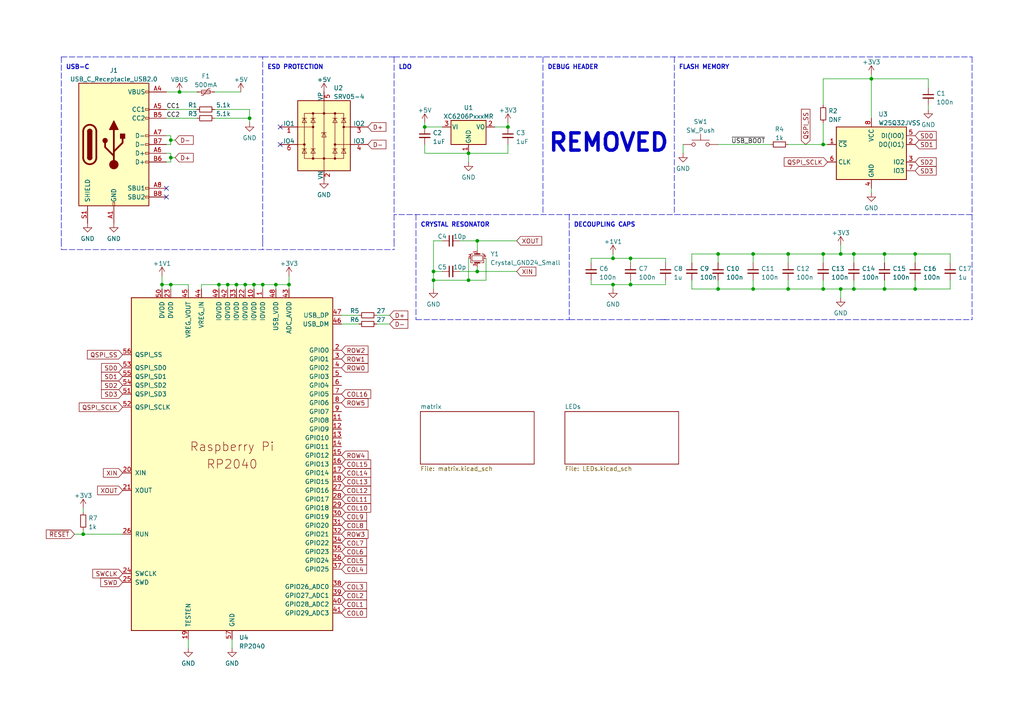
<source format=kicad_sch>
(kicad_sch (version 20211123) (generator eeschema)
  (paper "A4")
  (title_block (title "RP2040 3K KEYPAD") (company "tokaku"))
  (lib_symbols
    (symbol "Connector:USB_C_Receptacle_USB2.0" (pin_names (offset 1.016))
      (property "Reference" "J" (at -10.16 19.05 0))
      (property "Value" "USB_C_Receptacle_USB2.0" (at 19.05 19.05 0))
      (symbol "USB_C_Receptacle_USB2.0_0_0"
        (rectangle (start -0.254 -17.78) (end 0.254 -16.764))
        (rectangle (start 10.16 -14.986) (end 9.144 -15.494))
        (rectangle (start 10.16 -12.446) (end 9.144 -12.954))
        (rectangle (start 10.16 -4.826) (end 9.144 -5.334))
        (rectangle (start 10.16 -2.286) (end 9.144 -2.794))
        (rectangle (start 10.16 0.254) (end 9.144 -0.254))
        (rectangle (start 10.16 2.794) (end 9.144 2.286))
        (rectangle (start 10.16 7.874) (end 9.144 7.366))
        (rectangle (start 10.16 10.414) (end 9.144 9.906))
        (rectangle (start 10.16 15.494) (end 9.144 14.986))
      )
      (symbol "USB_C_Receptacle_USB2.0_0_1"
        (rectangle (start -10.16 17.78) (end 10.16 -17.78) (stroke (width 0.254)) (fill (type background)))
        (arc (start -8.89 -3.81) (mid -6.985 -5.715) (end -5.08 -3.81) (stroke (width 0.508)))
        (arc (start -7.62 -3.81) (mid -6.985 -4.445) (end -6.35 -3.81) (stroke (width 0.254)))
        (arc (start -7.62 -3.81) (mid -6.985 -4.445) (end -6.35 -3.81) (stroke (width 0.254)) (fill (type outline)))
        (rectangle (start -7.62 -3.81) (end -6.35 3.81) (stroke (width 0.254)) (fill (type outline)))
        (arc (start -6.35 3.81) (mid -6.985 4.445) (end -7.62 3.81) (stroke (width 0.254)))
        (arc (start -6.35 3.81) (mid -6.985 4.445) (end -7.62 3.81) (stroke (width 0.254)) (fill (type outline)))
        (arc (start -5.08 3.81) (mid -6.985 5.715) (end -8.89 3.81) (stroke (width 0.508)))
        (circle (center -2.54 1.143) (radius 0.635) (stroke (width 0.254)) (fill (type outline)))
        (circle (center 0 -5.842) (radius 1.27) (fill (type outline)))
        (polyline (pts (xy -8.89 -3.81) (xy -8.89 3.81)) (stroke (width 0.508)))
        (polyline (pts (xy -5.08 3.81) (xy -5.08 -3.81)) (stroke (width 0.508)))
        (polyline (pts (xy 0 -5.842) (xy 0 4.318)) (stroke (width 0.508)))
        (polyline (pts (xy 0 -3.302) (xy -2.54 -0.762) (xy -2.54 0.508)) (stroke (width 0.508)))
        (polyline (pts (xy 0 -2.032) (xy 2.54 0.508) (xy 2.54 1.778)) (stroke (width 0.508)))
        (polyline (pts (xy -1.27 4.318) (xy 0 6.858) (xy 1.27 4.318) (xy -1.27 4.318)) (stroke (width 0.254)) (fill (type outline)))
        (rectangle (start 1.905 1.778) (end 3.175 3.048) (stroke (width 0.254)) (fill (type outline)))
      )
      (symbol "USB_C_Receptacle_USB2.0_1_1"
        (pin passive line (at 0 -22.86 90) (length 5.08) (name "GND") (number "A1"))
        (pin passive line (at 0 -22.86 90) (length 5.08) hide (name "GND") (number "A12"))
        (pin passive line (at 15.24 15.24 180) (length 5.08) (name "VBUS") (number "A4"))
        (pin bidirectional line (at 15.24 10.16 180) (length 5.08) (name "CC1") (number "A5"))
        (pin bidirectional line (at 15.24 -2.54 180) (length 5.08) (name "D+") (number "A6"))
        (pin bidirectional line (at 15.24 2.54 180) (length 5.08) (name "D-") (number "A7"))
        (pin bidirectional line (at 15.24 -12.7 180) (length 5.08) (name "SBU1") (number "A8"))
        (pin passive line (at 15.24 15.24 180) (length 5.08) hide (name "VBUS") (number "A9"))
        (pin passive line (at 0 -22.86 90) (length 5.08) hide (name "GND") (number "B1"))
        (pin passive line (at 0 -22.86 90) (length 5.08) hide (name "GND") (number "B12"))
        (pin passive line (at 15.24 15.24 180) (length 5.08) hide (name "VBUS") (number "B4"))
        (pin bidirectional line (at 15.24 7.62 180) (length 5.08) (name "CC2") (number "B5"))
        (pin bidirectional line (at 15.24 -5.08 180) (length 5.08) (name "D+") (number "B6"))
        (pin bidirectional line (at 15.24 0 180) (length 5.08) (name "D-") (number "B7"))
        (pin bidirectional line (at 15.24 -15.24 180) (length 5.08) (name "SBU2") (number "B8"))
        (pin passive line (at 15.24 15.24 180) (length 5.08) hide (name "VBUS") (number "B9"))
        (pin passive line (at -7.62 -22.86 90) (length 5.08) (name "SHIELD") (number "S1"))
      )
    )
    (symbol "Device:C_Small" (pin_numbers hide) (pin_names (offset 0.254) hide)
      (property "Reference" "C" (at 0.254 1.778 0))
      (property "Value" "C_Small" (at 0.254 -2.032 0))
      (symbol "C_Small_0_1"
        (polyline (pts (xy -1.524 -0.508) (xy 1.524 -0.508)) (stroke (width 0.3302)))
        (polyline (pts (xy -1.524 0.508) (xy 1.524 0.508)) (stroke (width 0.3048)))
      )
      (symbol "C_Small_1_1"
        (pin passive line (at 0 2.54 270) (length 2.032) (name "~") (number "1"))
        (pin passive line (at 0 -2.54 90) (length 2.032) (name "~") (number "2"))
      )
    )
    (symbol "Device:Crystal_GND24_Small" (pin_names (offset 1.016) hide)
      (property "Reference" "Y" (at 1.27 4.445 0))
      (property "Value" "Crystal_GND24_Small" (at 1.27 2.54 0))
      (symbol "Crystal_GND24_Small_0_1"
        (rectangle (start -0.762 -1.524) (end 0.762 1.524))
        (polyline (pts (xy -1.27 -0.762) (xy -1.27 0.762)) (stroke (width 0.381)))
        (polyline (pts (xy 1.27 -0.762) (xy 1.27 0.762)) (stroke (width 0.381)))
        (polyline (pts (xy -1.27 -1.27) (xy -1.27 -1.905) (xy 1.27 -1.905) (xy 1.27 -1.27)))
        (polyline (pts (xy -1.27 1.27) (xy -1.27 1.905) (xy 1.27 1.905) (xy 1.27 1.27)))
      )
      (symbol "Crystal_GND24_Small_1_1"
        (pin passive line (at -2.54 0 0) (length 1.27) (name "1") (number "1"))
        (pin passive line (at 0 -2.54 90) (length 0.635) (name "2") (number "2"))
        (pin passive line (at 2.54 0 180) (length 1.27) (name "3") (number "3"))
        (pin passive line (at 0 2.54 270) (length 0.635) (name "4") (number "4"))
      )
    )
    (symbol "Device:Polyfuse_Small" (pin_numbers hide) (pin_names (offset 0))
      (property "Reference" "F" (at -1.905 0 90))
      (property "Value" "Polyfuse_Small" (at 1.905 0 90))
      (symbol "Polyfuse_Small_0_1"
        (rectangle (start -0.508 1.27) (end 0.508 -1.27))
        (polyline (pts (xy 0 2.54) (xy 0 -2.54)))
        (polyline (pts (xy -1.016 1.27) (xy -1.016 0.762) (xy 1.016 -0.762) (xy 1.016 -1.27)))
      )
      (symbol "Polyfuse_Small_1_1"
        (pin passive line (at 0 2.54 270) (length 0.635) (name "~") (number "1"))
        (pin passive line (at 0 -2.54 90) (length 0.635) (name "~") (number "2"))
      )
    )
    (symbol "Device:R_Small" (pin_numbers hide) (pin_names (offset 0.254) hide)
      (property "Reference" "R" (at 0.762 0.508 0))
      (property "Value" "R_Small" (at 0.762 -1.016 0))
      (symbol "R_Small_0_1"
        (rectangle (start -0.762 1.778) (end 0.762 -1.778) (stroke (width 0.2032)))
      )
      (symbol "R_Small_1_1"
        (pin passive line (at 0 2.54 270) (length 0.762) (name "~") (number "1"))
        (pin passive line (at 0 -2.54 90) (length 0.762) (name "~") (number "2"))
      )
    )
    (symbol "MCU_RaspberryPi_RP2040:RP2040" (pin_names (offset 1.016))
      (property "Reference" "U" (at -29.21 49.53 0))
      (property "Value" "RP2040" (at 24.13 -49.53 0))
      (symbol "RP2040_0_0"
        (text "Raspberry Pi" (at 0 5.08 0) (effects (font (size 2.54 2.54))))
        (text "RP2040" (at 0 0 0) (effects (font (size 2.54 2.54))))
      )
      (symbol "RP2040_0_1"
        (rectangle (start 29.21 48.26) (end -29.21 -48.26) (stroke (width 0.254)) (fill (type background)))
      )
      (symbol "RP2040_1_1"
        (pin power_in line (at 8.89 50.8 270) (length 2.54) (name "IOVDD") (number "1"))
        (pin power_in line (at 6.35 50.8 270) (length 2.54) (name "IOVDD") (number "10"))
        (pin bidirectional line (at 31.75 12.7 180) (length 2.54) (name "GPIO8") (number "11"))
        (pin bidirectional line (at 31.75 10.16 180) (length 2.54) (name "GPIO9") (number "12"))
        (pin bidirectional line (at 31.75 7.62 180) (length 2.54) (name "GPIO10") (number "13"))
        (pin bidirectional line (at 31.75 5.08 180) (length 2.54) (name "GPIO11") (number "14"))
        (pin bidirectional line (at 31.75 2.54 180) (length 2.54) (name "GPIO12") (number "15"))
        (pin bidirectional line (at 31.75 0 180) (length 2.54) (name "GPIO13") (number "16"))
        (pin bidirectional line (at 31.75 -2.54 180) (length 2.54) (name "GPIO14") (number "17"))
        (pin bidirectional line (at 31.75 -5.08 180) (length 2.54) (name "GPIO15") (number "18"))
        (pin passive line (at -12.7 -50.8 90) (length 2.54) (name "TESTEN") (number "19"))
        (pin bidirectional line (at 31.75 33.02 180) (length 2.54) (name "GPIO0") (number "2"))
        (pin input line (at -31.75 -2.54 0) (length 2.54) (name "XIN") (number "20"))
        (pin passive line (at -31.75 -7.62 0) (length 2.54) (name "XOUT") (number "21"))
        (pin power_in line (at 3.81 50.8 270) (length 2.54) (name "IOVDD") (number "22"))
        (pin power_in line (at -17.78 50.8 270) (length 2.54) (name "DVDD") (number "23"))
        (pin output line (at -31.75 -31.75 0) (length 2.54) (name "SWCLK") (number "24"))
        (pin bidirectional line (at -31.75 -34.29 0) (length 2.54) (name "SWD") (number "25"))
        (pin input line (at -31.75 -20.32 0) (length 2.54) (name "RUN") (number "26"))
        (pin bidirectional line (at 31.75 -7.62 180) (length 2.54) (name "GPIO16") (number "27"))
        (pin bidirectional line (at 31.75 -10.16 180) (length 2.54) (name "GPIO17") (number "28"))
        (pin bidirectional line (at 31.75 -12.7 180) (length 2.54) (name "GPIO18") (number "29"))
        (pin bidirectional line (at 31.75 30.48 180) (length 2.54) (name "GPIO1") (number "3"))
        (pin bidirectional line (at 31.75 -15.24 180) (length 2.54) (name "GPIO19") (number "30"))
        (pin bidirectional line (at 31.75 -17.78 180) (length 2.54) (name "GPIO20") (number "31"))
        (pin bidirectional line (at 31.75 -20.32 180) (length 2.54) (name "GPIO21") (number "32"))
        (pin power_in line (at 1.27 50.8 270) (length 2.54) (name "IOVDD") (number "33"))
        (pin bidirectional line (at 31.75 -22.86 180) (length 2.54) (name "GPIO22") (number "34"))
        (pin bidirectional line (at 31.75 -25.4 180) (length 2.54) (name "GPIO23") (number "35"))
        (pin bidirectional line (at 31.75 -27.94 180) (length 2.54) (name "GPIO24") (number "36"))
        (pin bidirectional line (at 31.75 -30.48 180) (length 2.54) (name "GPIO25") (number "37"))
        (pin bidirectional line (at 31.75 -35.56 180) (length 2.54) (name "GPIO26_ADC0") (number "38"))
        (pin bidirectional line (at 31.75 -38.1 180) (length 2.54) (name "GPIO27_ADC1") (number "39"))
        (pin bidirectional line (at 31.75 27.94 180) (length 2.54) (name "GPIO2") (number "4"))
        (pin bidirectional line (at 31.75 -40.64 180) (length 2.54) (name "GPIO28_ADC2") (number "40"))
        (pin bidirectional line (at 31.75 -43.18 180) (length 2.54) (name "GPIO29_ADC3") (number "41"))
        (pin power_in line (at -1.27 50.8 270) (length 2.54) (name "IOVDD") (number "42"))
        (pin power_in line (at 16.51 50.8 270) (length 2.54) (name "ADC_AVDD") (number "43"))
        (pin power_in line (at -8.89 50.8 270) (length 2.54) (name "VREG_IN") (number "44"))
        (pin power_out line (at -12.7 50.8 270) (length 2.54) (name "VREG_VOUT") (number "45"))
        (pin bidirectional line (at 31.75 40.64 180) (length 2.54) (name "USB_DM") (number "46"))
        (pin bidirectional line (at 31.75 43.18 180) (length 2.54) (name "USB_DP") (number "47"))
        (pin power_in line (at 12.7 50.8 270) (length 2.54) (name "USB_VDD") (number "48"))
        (pin power_in line (at -3.81 50.8 270) (length 2.54) (name "IOVDD") (number "49"))
        (pin bidirectional line (at 31.75 25.4 180) (length 2.54) (name "GPIO3") (number "5"))
        (pin power_in line (at -20.32 50.8 270) (length 2.54) (name "DVDD") (number "50"))
        (pin bidirectional line (at -31.75 20.32 0) (length 2.54) (name "QSPI_SD3") (number "51"))
        (pin output line (at -31.75 16.51 0) (length 2.54) (name "QSPI_SCLK") (number "52"))
        (pin bidirectional line (at -31.75 27.94 0) (length 2.54) (name "QSPI_SD0") (number "53"))
        (pin bidirectional line (at -31.75 22.86 0) (length 2.54) (name "QSPI_SD2") (number "54"))
        (pin bidirectional line (at -31.75 25.4 0) (length 2.54) (name "QSPI_SD1") (number "55"))
        (pin bidirectional line (at -31.75 31.75 0) (length 2.54) (name "QSPI_SS") (number "56"))
        (pin power_in line (at 0 -50.8 90) (length 2.54) (name "GND") (number "57"))
        (pin bidirectional line (at 31.75 22.86 180) (length 2.54) (name "GPIO4") (number "6"))
        (pin bidirectional line (at 31.75 20.32 180) (length 2.54) (name "GPIO5") (number "7"))
        (pin bidirectional line (at 31.75 17.78 180) (length 2.54) (name "GPIO6") (number "8"))
        (pin bidirectional line (at 31.75 15.24 180) (length 2.54) (name "GPIO7") (number "9"))
      )
    )
    (symbol "Memory_Flash:W25Q32JVSS"
      (property "Reference" "U" (at -8.89 8.89 0))
      (property "Value" "W25Q32JVSS" (at 7.62 8.89 0))
      (symbol "W25Q32JVSS_0_1"
        (rectangle (start -10.16 7.62) (end 10.16 -7.62) (stroke (width 0.254)) (fill (type background)))
      )
      (symbol "W25Q32JVSS_1_1"
        (pin input line (at -12.7 2.54 0) (length 2.54) (name "~{CS}") (number "1"))
        (pin bidirectional line (at 12.7 2.54 180) (length 2.54) (name "DO(IO1)") (number "2"))
        (pin bidirectional line (at 12.7 -2.54 180) (length 2.54) (name "IO2") (number "3"))
        (pin power_in line (at 0 -10.16 90) (length 2.54) (name "GND") (number "4"))
        (pin bidirectional line (at 12.7 5.08 180) (length 2.54) (name "DI(IO0)") (number "5"))
        (pin input line (at -12.7 -2.54 0) (length 2.54) (name "CLK") (number "6"))
        (pin bidirectional line (at 12.7 -5.08 180) (length 2.54) (name "IO3") (number "7"))
        (pin power_in line (at 0 10.16 270) (length 2.54) (name "VCC") (number "8"))
      )
    )
    (symbol "Regulator_Linear:XC6206PxxxMR" (pin_names (offset 0.254))
      (property "Reference" "U" (at -3.81 3.175 0))
      (property "Value" "XC6206PxxxMR" (at 0 3.175 0))
      (symbol "XC6206PxxxMR_0_1"
        (rectangle (start -5.08 1.905) (end 5.08 -5.08) (stroke (width 0.254)) (fill (type background)))
      )
      (symbol "XC6206PxxxMR_1_1"
        (pin power_in line (at 0 -7.62 90) (length 2.54) (name "GND") (number "1"))
        (pin power_out line (at 7.62 0 180) (length 2.54) (name "VO") (number "2"))
        (pin power_in line (at -7.62 0 0) (length 2.54) (name "VI") (number "3"))
      )
    )
    (symbol "Switch:SW_Push" (pin_numbers hide) (pin_names (offset 1.016) hide)
      (property "Reference" "SW" (at 1.27 2.54 0))
      (property "Value" "SW_Push" (at 0 -1.524 0))
      (symbol "SW_Push_0_1"
        (circle (center -2.032 0) (radius 0.508))
        (polyline (pts (xy 0 1.27) (xy 0 3.048)))
        (polyline (pts (xy 2.54 1.27) (xy -2.54 1.27)))
        (circle (center 2.032 0) (radius 0.508))
        (pin passive line (at -5.08 0 0) (length 2.54) (name "1") (number "1"))
        (pin passive line (at 5.08 0 180) (length 2.54) (name "2") (number "2"))
      )
    )
    (symbol "marbastlib-various:SRV05-4" (pin_names (offset 0))
      (property "Reference" "U" (at -5.08 11.43 0))
      (property "Value" "SRV05-4" (at 2.54 11.43 0))
      (symbol "SRV05-4_0_0"
        (rectangle (start -5.715 6.477) (end 5.715 -6.604))
        (polyline (pts (xy -3.175 -6.604) (xy -3.175 6.477)))
        (polyline (pts (xy 3.175 6.477) (xy 3.175 -6.604)))
      )
      (symbol "SRV05-4_0_1"
        (rectangle (start -7.62 10.16) (end 7.62 -10.16) (stroke (width 0.254)) (fill (type background)))
        (circle (center -5.715 -2.54) (radius 0.2794) (fill (type outline)))
        (circle (center -3.175 -6.604) (radius 0.2794) (fill (type outline)))
        (circle (center -3.175 2.54) (radius 0.2794) (fill (type outline)))
        (circle (center -3.175 6.477) (radius 0.2794) (fill (type outline)))
        (circle (center 0 -6.604) (radius 0.2794) (fill (type outline)))
        (polyline (pts (xy -7.747 2.54) (xy -3.175 2.54)))
        (polyline (pts (xy -7.62 -2.54) (xy -5.715 -2.54)))
        (polyline (pts (xy -5.08 -3.81) (xy -6.35 -3.81)))
        (polyline (pts (xy -5.08 5.08) (xy -6.35 5.08)))
        (polyline (pts (xy -2.54 -3.81) (xy -3.81 -3.81)))
        (polyline (pts (xy -2.54 5.08) (xy -3.81 5.08)))
        (polyline (pts (xy 0 10.16) (xy 0 -10.16)))
        (polyline (pts (xy 3.81 -3.81) (xy 2.54 -3.81)))
        (polyline (pts (xy 3.81 5.08) (xy 2.54 5.08)))
        (polyline (pts (xy 6.35 -3.81) (xy 5.08 -3.81)))
        (polyline (pts (xy 6.35 5.08) (xy 5.08 5.08)))
        (polyline (pts (xy 7.62 -2.54) (xy 3.175 -2.54)))
        (polyline (pts (xy 7.62 2.54) (xy 5.715 2.54)))
        (polyline (pts (xy 0.635 0.889) (xy -0.635 0.889) (xy -0.635 0.635)))
        (polyline (pts (xy -5.08 -5.08) (xy -6.35 -5.08) (xy -5.715 -3.81) (xy -5.08 -5.08)))
        (polyline (pts (xy -5.08 3.81) (xy -6.35 3.81) (xy -5.715 5.08) (xy -5.08 3.81)))
        (polyline (pts (xy -2.54 -5.08) (xy -3.81 -5.08) (xy -3.175 -3.81) (xy -2.54 -5.08)))
        (polyline (pts (xy -2.54 3.81) (xy -3.81 3.81) (xy -3.175 5.08) (xy -2.54 3.81)))
        (polyline (pts (xy 0.635 -0.381) (xy -0.635 -0.381) (xy 0 0.889) (xy 0.635 -0.381)))
        (polyline (pts (xy 3.81 -5.08) (xy 2.54 -5.08) (xy 3.175 -3.81) (xy 3.81 -5.08)))
        (polyline (pts (xy 3.81 3.81) (xy 2.54 3.81) (xy 3.175 5.08) (xy 3.81 3.81)))
        (polyline (pts (xy 6.35 -5.08) (xy 5.08 -5.08) (xy 5.715 -3.81) (xy 6.35 -5.08)))
        (polyline (pts (xy 6.35 3.81) (xy 5.08 3.81) (xy 5.715 5.08) (xy 6.35 3.81)))
        (circle (center 0 6.477) (radius 0.2794) (fill (type outline)))
        (circle (center 3.175 -6.604) (radius 0.2794) (fill (type outline)))
        (circle (center 3.175 -2.54) (radius 0.2794) (fill (type outline)))
        (circle (center 3.175 6.477) (radius 0.2794) (fill (type outline)))
        (circle (center 5.715 2.54) (radius 0.2794) (fill (type outline)))
      )
      (symbol "SRV05-4_1_1"
        (pin passive line (at -12.7 2.54 0) (length 5.08) (name "IO1") (number "1"))
        (pin passive line (at 0 -12.7 90) (length 2.54) (name "VN") (number "2"))
        (pin passive line (at 12.7 2.54 180) (length 5.08) (name "IO2") (number "3"))
        (pin passive line (at 12.7 -2.54 180) (length 5.08) (name "IO3") (number "4"))
        (pin passive line (at 0 12.7 270) (length 2.54) (name "VP") (number "5"))
        (pin passive line (at -12.7 -2.54 0) (length 5.08) (name "IO4") (number "6"))
      )
    )
    (symbol "power:+1V1" (power) (pin_names (offset 0))
      (property "Value" "+1V1" (at 0 3.556 0))
      (symbol "+1V1_0_1"
        (polyline (pts (xy -0.762 1.27) (xy 0 2.54)))
        (polyline (pts (xy 0 0) (xy 0 2.54)))
        (polyline (pts (xy 0 2.54) (xy 0.762 1.27)))
      )
      (symbol "+1V1_1_1"
        (pin power_in line (at 0 0 90) (length 0) hide (name "+1V1") (number "1"))
      )
    )
    (symbol "power:+3V3" (power) (pin_names (offset 0))
      (property "Value" "+3V3" (at 0 3.556 0))
      (symbol "+3V3_0_1"
        (polyline (pts (xy -0.762 1.27) (xy 0 2.54)))
        (polyline (pts (xy 0 0) (xy 0 2.54)))
        (polyline (pts (xy 0 2.54) (xy 0.762 1.27)))
      )
      (symbol "+3V3_1_1"
        (pin power_in line (at 0 0 90) (length 0) hide (name "+3V3") (number "1"))
      )
    )
    (symbol "power:+5V" (power) (pin_names (offset 0))
      (property "Value" "+5V" (at 0 3.556 0))
      (symbol "+5V_0_1"
        (polyline (pts (xy -0.762 1.27) (xy 0 2.54)))
        (polyline (pts (xy 0 0) (xy 0 2.54)))
        (polyline (pts (xy 0 2.54) (xy 0.762 1.27)))
      )
      (symbol "+5V_1_1"
        (pin power_in line (at 0 0 90) (length 0) hide (name "+5V") (number "1"))
      )
    )
    (symbol "power:GND" (power) (pin_names (offset 0))
      (property "Value" "GND" (at 0 -3.81 0))
      (symbol "GND_0_1"
        (polyline (pts (xy 0 0) (xy 0 -1.27) (xy 1.27 -1.27) (xy 0 -2.54) (xy -1.27 -1.27) (xy 0 -1.27)))
      )
      (symbol "GND_1_1"
        (pin power_in line (at 0 0 270) (length 0) hide (name "GND") (number "1"))
      )
    )
    (symbol "power:VBUS" (power) (pin_names (offset 0))
      (property "Value" "VBUS" (at 0 3.81 0))
      (symbol "VBUS_0_1"
        (polyline (pts (xy -0.762 1.27) (xy 0 2.54)))
        (polyline (pts (xy 0 0) (xy 0 2.54)))
        (polyline (pts (xy 0 2.54) (xy 0.762 1.27)))
      )
      (symbol "VBUS_1_1"
        (pin power_in line (at 0 0 90) (length 0) hide (name "VBUS") (number "1"))
      )
    )
  )
  (junction (at 182.88 74.93))
  (junction (at 182.88 82.55))
  (junction (at 123.19 36.83))
  (junction (at 256.54 83.82))
  (junction (at 243.84 73.66))
  (junction (at 243.84 83.82))
  (junction (at 63.5 82.55))
  (junction (at 66.04 82.55))
  (junction (at 177.8 74.93))
  (junction (at 218.44 73.66))
  (junction (at 238.76 41.91))
  (junction (at 247.65 73.66))
  (junction (at 247.65 83.82))
  (junction (at 256.54 73.66))
  (junction (at 228.6 83.82))
  (junction (at 208.28 73.66))
  (junction (at 125.73 81.28))
  (junction (at 49.53 45.72))
  (junction (at 238.76 83.82))
  (junction (at 177.8 82.55))
  (junction (at 135.89 81.28))
  (junction (at 265.43 73.66))
  (junction (at 52.07 26.67))
  (junction (at 49.53 40.64))
  (junction (at 252.73 22.86))
  (junction (at 68.58 82.55))
  (junction (at 208.28 83.82))
  (junction (at 218.44 83.82))
  (junction (at 46.99 82.55))
  (junction (at 135.89 44.45))
  (junction (at 125.73 78.74))
  (junction (at 228.6 73.66))
  (junction (at 24.13 154.94))
  (junction (at 138.43 69.85))
  (junction (at 80.01 82.55))
  (junction (at 147.32 36.83))
  (junction (at 76.2 82.55))
  (junction (at 49.53 82.55))
  (junction (at 73.66 82.55))
  (junction (at 238.76 73.66))
  (junction (at 72.39 34.29))
  (junction (at 83.82 82.55))
  (junction (at 138.43 78.74))
  (junction (at 71.12 82.55))
  (junction (at 265.43 83.82))
  (no_connect (at 48.26 57.15))
  (no_connect (at 48.26 54.61))
  (no_connect (at 81.28 36.83))
  (no_connect (at 81.28 41.91))
  (wire (pts (xy 48.26 26.67) (xy 52.07 26.67)))
  (wire (pts (xy 72.39 35.56) (xy 72.39 34.29)))
  (wire (pts (xy 63.5 82.55) (xy 63.5 83.82)))
  (wire (pts (xy 135.89 81.28) (xy 140.97 81.28)))
  (wire (pts (xy 193.04 81.28) (xy 193.04 82.55)))
  (wire (pts (xy 265.43 83.82) (xy 256.54 83.82)))
  (wire (pts (xy 49.53 39.37) (xy 49.53 40.64)))
  (wire (pts (xy 21.59 154.94) (xy 24.13 154.94)))
  (wire (pts (xy 83.82 82.55) (xy 83.82 83.82)))
  (wire (pts (xy 200.66 81.28) (xy 200.66 83.82)))
  (polyline (pts (xy 114.3 69.85) (xy 114.3 72.39)))
  (wire (pts (xy 48.26 44.45) (xy 49.53 44.45)))
  (wire (pts (xy 135.89 44.45) (xy 135.89 46.99)))
  (wire (pts (xy 138.43 78.74) (xy 149.86 78.74)))
  (wire (pts (xy 49.53 45.72) (xy 49.53 46.99)))
  (polyline (pts (xy 281.94 16.51) (xy 281.94 62.23)))
  (wire (pts (xy 58.42 82.55) (xy 58.42 83.82)))
  (wire (pts (xy 49.53 45.72) (xy 50.8 45.72)))
  (wire (pts (xy 72.39 31.75) (xy 72.39 34.29)))
  (polyline (pts (xy 281.94 62.23) (xy 281.94 92.71)))
  (wire (pts (xy 171.45 82.55) (xy 177.8 82.55)))
  (wire (pts (xy 143.51 36.83) (xy 147.32 36.83)))
  (wire (pts (xy 54.61 82.55) (xy 49.53 82.55)))
  (wire (pts (xy 71.12 82.55) (xy 68.58 82.55)))
  (wire (pts (xy 68.58 82.55) (xy 68.58 83.82)))
  (wire (pts (xy 171.45 76.2) (xy 171.45 74.93)))
  (wire (pts (xy 275.59 83.82) (xy 265.43 83.82)))
  (wire (pts (xy 123.19 35.56) (xy 123.19 36.83)))
  (wire (pts (xy 228.6 81.28) (xy 228.6 83.82)))
  (wire (pts (xy 200.66 83.82) (xy 208.28 83.82)))
  (wire (pts (xy 193.04 74.93) (xy 193.04 76.2)))
  (wire (pts (xy 73.66 82.55) (xy 73.66 83.82)))
  (wire (pts (xy 256.54 83.82) (xy 247.65 83.82)))
  (wire (pts (xy 67.31 185.42) (xy 67.31 187.96)))
  (polyline (pts (xy 17.78 16.51) (xy 76.2 16.51)))
  (wire (pts (xy 218.44 73.66) (xy 228.6 73.66)))
  (polyline (pts (xy 114.3 16.51) (xy 114.3 69.85)))
  (wire (pts (xy 48.26 39.37) (xy 49.53 39.37)))
  (wire (pts (xy 252.73 22.86) (xy 252.73 34.29)))
  (wire (pts (xy 54.61 185.42) (xy 54.61 187.96)))
  (wire (pts (xy 269.24 25.4) (xy 269.24 22.86)))
  (wire (pts (xy 177.8 82.55) (xy 182.88 82.55)))
  (wire (pts (xy 252.73 21.59) (xy 252.73 22.86)))
  (polyline (pts (xy 120.65 92.71) (xy 165.1 92.71)))
  (wire (pts (xy 49.53 82.55) (xy 49.53 83.82)))
  (wire (pts (xy 208.28 41.91) (xy 223.52 41.91)))
  (wire (pts (xy 48.26 41.91) (xy 49.53 41.91)))
  (wire (pts (xy 200.66 73.66) (xy 208.28 73.66)))
  (wire (pts (xy 238.76 73.66) (xy 238.76 76.2)))
  (wire (pts (xy 238.76 81.28) (xy 238.76 83.82)))
  (polyline (pts (xy 157.48 16.51) (xy 157.48 62.23)))
  (wire (pts (xy 265.43 76.2) (xy 265.43 73.66)))
  (wire (pts (xy 238.76 41.91) (xy 240.03 41.91)))
  (wire (pts (xy 80.01 82.55) (xy 76.2 82.55)))
  (polyline (pts (xy 165.1 92.71) (xy 281.94 92.71)))
  (wire (pts (xy 49.53 40.64) (xy 50.8 40.64)))
  (wire (pts (xy 208.28 83.82) (xy 208.28 81.28)))
  (wire (pts (xy 247.65 83.82) (xy 243.84 83.82)))
  (wire (pts (xy 198.12 41.91) (xy 198.12 44.45)))
  (wire (pts (xy 182.88 81.28) (xy 182.88 82.55)))
  (wire (pts (xy 76.2 82.55) (xy 76.2 83.82)))
  (wire (pts (xy 228.6 83.82) (xy 218.44 83.82)))
  (polyline (pts (xy 281.94 62.23) (xy 114.3 62.23)))
  (wire (pts (xy 125.73 81.28) (xy 125.73 83.82)))
  (polyline (pts (xy 76.2 69.85) (xy 76.2 72.39)))
  (wire (pts (xy 177.8 73.66) (xy 177.8 74.93)))
  (wire (pts (xy 46.99 82.55) (xy 46.99 83.82)))
  (wire (pts (xy 138.43 69.85) (xy 149.86 69.85)))
  (wire (pts (xy 256.54 81.28) (xy 256.54 83.82)))
  (polyline (pts (xy 76.2 69.85) (xy 76.2 16.51)))
  (wire (pts (xy 247.65 73.66) (xy 256.54 73.66)))
  (wire (pts (xy 256.54 73.66) (xy 256.54 76.2)))
  (wire (pts (xy 83.82 82.55) (xy 80.01 82.55)))
  (wire (pts (xy 46.99 80.01) (xy 46.99 82.55)))
  (wire (pts (xy 99.06 93.98) (xy 104.14 93.98)))
  (polyline (pts (xy 17.78 69.85) (xy 17.78 72.39)))
  (wire (pts (xy 238.76 22.86) (xy 238.76 30.48)))
  (wire (pts (xy 62.23 26.67) (xy 69.85 26.67)))
  (wire (pts (xy 99.06 91.44) (xy 104.14 91.44)))
  (wire (pts (xy 218.44 73.66) (xy 218.44 76.2)))
  (wire (pts (xy 133.35 78.74) (xy 138.43 78.74)))
  (wire (pts (xy 71.12 82.55) (xy 71.12 83.82)))
  (wire (pts (xy 66.04 82.55) (xy 66.04 83.82)))
  (wire (pts (xy 125.73 78.74) (xy 125.73 81.28)))
  (wire (pts (xy 182.88 74.93) (xy 193.04 74.93)))
  (wire (pts (xy 52.07 26.67) (xy 57.15 26.67)))
  (wire (pts (xy 177.8 82.55) (xy 177.8 83.82)))
  (wire (pts (xy 48.26 31.75) (xy 57.15 31.75)))
  (wire (pts (xy 269.24 30.48) (xy 269.24 31.75)))
  (wire (pts (xy 228.6 73.66) (xy 228.6 76.2)))
  (wire (pts (xy 247.65 73.66) (xy 247.65 76.2)))
  (wire (pts (xy 147.32 44.45) (xy 147.32 41.91)))
  (wire (pts (xy 200.66 76.2) (xy 200.66 73.66)))
  (polyline (pts (xy 114.3 16.51) (xy 281.94 16.51)))
  (wire (pts (xy 135.89 44.45) (xy 147.32 44.45)))
  (wire (pts (xy 171.45 74.93) (xy 177.8 74.93)))
  (wire (pts (xy 243.84 83.82) (xy 238.76 83.82)))
  (wire (pts (xy 208.28 76.2) (xy 208.28 73.66)))
  (wire (pts (xy 140.97 81.28) (xy 140.97 74.93)))
  (wire (pts (xy 243.84 73.66) (xy 247.65 73.66)))
  (wire (pts (xy 171.45 81.28) (xy 171.45 82.55)))
  (polyline (pts (xy 191.77 92.71) (xy 193.04 92.71)))
  (wire (pts (xy 49.53 44.45) (xy 49.53 45.72)))
  (wire (pts (xy 66.04 82.55) (xy 63.5 82.55)))
  (wire (pts (xy 138.43 69.85) (xy 138.43 72.39)))
  (wire (pts (xy 80.01 82.55) (xy 80.01 83.82)))
  (wire (pts (xy 73.66 82.55) (xy 71.12 82.55)))
  (wire (pts (xy 218.44 81.28) (xy 218.44 83.82)))
  (wire (pts (xy 125.73 81.28) (xy 135.89 81.28)))
  (wire (pts (xy 109.22 91.44) (xy 113.03 91.44)))
  (wire (pts (xy 265.43 81.28) (xy 265.43 83.82)))
  (wire (pts (xy 24.13 153.67) (xy 24.13 154.94)))
  (polyline (pts (xy 17.78 72.39) (xy 114.3 72.39)))
  (wire (pts (xy 275.59 81.28) (xy 275.59 83.82)))
  (wire (pts (xy 125.73 69.85) (xy 125.73 78.74)))
  (wire (pts (xy 243.84 83.82) (xy 243.84 86.36)))
  (wire (pts (xy 54.61 83.82) (xy 54.61 82.55)))
  (wire (pts (xy 49.53 40.64) (xy 49.53 41.91)))
  (wire (pts (xy 228.6 41.91) (xy 238.76 41.91)))
  (wire (pts (xy 123.19 36.83) (xy 128.27 36.83)))
  (wire (pts (xy 238.76 35.56) (xy 238.76 41.91)))
  (polyline (pts (xy 17.78 16.51) (xy 17.78 69.85)))
  (wire (pts (xy 208.28 73.66) (xy 218.44 73.66)))
  (wire (pts (xy 76.2 82.55) (xy 73.66 82.55)))
  (wire (pts (xy 24.13 147.32) (xy 24.13 148.59)))
  (wire (pts (xy 135.89 74.93) (xy 135.89 81.28)))
  (wire (pts (xy 133.35 69.85) (xy 138.43 69.85)))
  (wire (pts (xy 123.19 44.45) (xy 135.89 44.45)))
  (wire (pts (xy 269.24 22.86) (xy 252.73 22.86)))
  (wire (pts (xy 24.13 154.94) (xy 35.56 154.94)))
  (wire (pts (xy 48.26 46.99) (xy 49.53 46.99)))
  (wire (pts (xy 177.8 74.93) (xy 182.88 74.93)))
  (wire (pts (xy 72.39 34.29) (xy 62.23 34.29)))
  (wire (pts (xy 238.76 73.66) (xy 243.84 73.66)))
  (wire (pts (xy 228.6 73.66) (xy 238.76 73.66)))
  (wire (pts (xy 238.76 83.82) (xy 228.6 83.82)))
  (wire (pts (xy 123.19 41.91) (xy 123.19 44.45)))
  (polyline (pts (xy 195.58 16.51) (xy 195.58 62.23)))
  (wire (pts (xy 193.04 82.55) (xy 182.88 82.55)))
  (polyline (pts (xy 76.2 16.51) (xy 114.3 16.51)))
  (wire (pts (xy 138.43 77.47) (xy 138.43 78.74)))
  (wire (pts (xy 252.73 54.61) (xy 252.73 55.88)))
  (wire (pts (xy 265.43 73.66) (xy 275.59 73.66)))
  (wire (pts (xy 243.84 71.12) (xy 243.84 73.66)))
  (wire (pts (xy 256.54 73.66) (xy 265.43 73.66)))
  (wire (pts (xy 62.23 31.75) (xy 72.39 31.75)))
  (wire (pts (xy 68.58 82.55) (xy 66.04 82.55)))
  (wire (pts (xy 128.27 78.74) (xy 125.73 78.74)))
  (wire (pts (xy 252.73 22.86) (xy 238.76 22.86)))
  (wire (pts (xy 128.27 69.85) (xy 125.73 69.85)))
  (wire (pts (xy 218.44 83.82) (xy 208.28 83.82)))
  (wire (pts (xy 182.88 74.93) (xy 182.88 76.2)))
  (wire (pts (xy 48.26 34.29) (xy 57.15 34.29)))
  (wire (pts (xy 275.59 73.66) (xy 275.59 76.2)))
  (polyline (pts (xy 120.65 62.23) (xy 120.65 92.71)))
  (polyline (pts (xy 165.1 62.23) (xy 165.1 92.71)))
  (wire (pts (xy 147.32 35.56) (xy 147.32 36.83)))
  (wire (pts (xy 63.5 82.55) (xy 58.42 82.55)))
  (wire (pts (xy 109.22 93.98) (xy 113.03 93.98)))
  (wire (pts (xy 83.82 80.01) (xy 83.82 82.55)))
  (wire (pts (xy 49.53 82.55) (xy 46.99 82.55)))
  (wire (pts (xy 247.65 81.28) (xy 247.65 83.82)))
  (text "REMOVED" (at 158.75 44.45 0) (effects (font (size 5 5) (thickness 1) bold) (justify left bottom)))
  (text "DEBUG HEADER" (at 158.75 20.32 0) (effects (font (size 1.27 1.27) (thickness 0.254) bold) (justify left bottom)))
  (text "USB-C" (at 19.05 20.32 0) (effects (font (size 1.27 1.27) (thickness 0.254) bold) (justify left bottom)))
  (text "FLASH MEMORY" (at 196.85 20.32 0) (effects (font (size 1.27 1.27) (thickness 0.254) bold) (justify left bottom)))
  (text "ESD PROTECTION" (at 77.47 20.32 0) (effects (font (size 1.27 1.27) (thickness 0.254) bold) (justify left bottom)))
  (text "CRYSTAL RESONATOR" (at 121.92 66.04 0) (effects (font (size 1.27 1.27) (thickness 0.254) bold) (justify left bottom)))
  (text "DECOUPLING CAPS" (at 166.37 66.04 0) (effects (font (size 1.27 1.27) (thickness 0.254) bold) (justify left bottom)))
  (text "LDO" (at 115.57 20.32 0) (effects (font (size 1.27 1.27) (thickness 0.254) bold) (justify left bottom)))
  (label "CC1" (at 48.26 31.75 0))
  (label "CC2" (at 48.26 34.29 0))
  (label "~{USB_BOOT}" (at 212.09 41.91 0))
  (global_label "ROW0" (shape input) (at 99.06 106.68 0) (property "Intersheet References" "${INTERSHEET_REFS}" (effects hide)))
  (global_label "SD2" (shape input) (at 265.43 46.99 0) (property "Intersheet References" "${INTERSHEET_REFS}" (effects hide)))
  (global_label "ROW4" (shape input) (at 99.06 132.08 0) (property "Intersheet References" "${INTERSHEET_REFS}" (effects hide)))
  (global_label "D-" (shape input) (at 113.03 93.98 0) (property "Intersheet References" "${INTERSHEET_REFS}" (effects hide)))
  (global_label "SWCLK" (shape input) (at 35.56 166.37 180) (property "Intersheet References" "${INTERSHEET_REFS}" (effects hide)))
  (global_label "QSPI_SCLK" (shape input) (at 240.03 46.99 180) (property "Intersheet References" "${INTERSHEET_REFS}" (effects hide)))
  (global_label "ROW5" (shape input) (at 99.06 116.84 0) (property "Intersheet References" "${INTERSHEET_REFS}" (effects hide)))
  (global_label "D-" (shape input) (at 106.68 41.91 0) (property "Intersheet References" "${INTERSHEET_REFS}" (effects hide)))
  (global_label "ROW1" (shape input) (at 99.06 104.14 0) (property "Intersheet References" "${INTERSHEET_REFS}" (effects hide)))
  (global_label "D+" (shape input) (at 113.03 91.44 0) (property "Intersheet References" "${INTERSHEET_REFS}" (effects hide)))
  (global_label "XOUT" (shape input) (at 35.56 142.24 180) (property "Intersheet References" "${INTERSHEET_REFS}" (effects hide)))
  (global_label "COL13" (shape input) (at 99.06 139.7 0) (property "Intersheet References" "${INTERSHEET_REFS}" (effects hide)))
  (global_label "COL16" (shape input) (at 99.06 114.3 0) (property "Intersheet References" "${INTERSHEET_REFS}" (effects hide)))
  (global_label "COL14" (shape input) (at 99.06 137.16 0) (property "Intersheet References" "${INTERSHEET_REFS}" (effects hide)))
  (global_label "COL1" (shape input) (at 99.06 175.26 0) (property "Intersheet References" "${INTERSHEET_REFS}" (effects hide)))
  (global_label "COL5" (shape input) (at 99.06 162.56 0) (property "Intersheet References" "${INTERSHEET_REFS}" (effects hide)))
  (global_label "COL10" (shape input) (at 99.06 147.32 0) (property "Intersheet References" "${INTERSHEET_REFS}" (effects hide)))
  (global_label "QSPI_SCLK" (shape input) (at 35.56 118.11 180) (property "Intersheet References" "${INTERSHEET_REFS}" (effects hide)))
  (global_label "ROW2" (shape input) (at 99.06 101.6 0) (property "Intersheet References" "${INTERSHEET_REFS}" (effects hide)))
  (global_label "D+" (shape input) (at 50.8 45.72 0) (property "Intersheet References" "${INTERSHEET_REFS}" (effects hide)))
  (global_label "COL6" (shape input) (at 99.06 160.02 0) (property "Intersheet References" "${INTERSHEET_REFS}" (effects hide)))
  (global_label "SD1" (shape input) (at 35.56 109.22 180) (property "Intersheet References" "${INTERSHEET_REFS}" (effects hide)))
  (global_label "SD2" (shape input) (at 35.56 111.76 180) (property "Intersheet References" "${INTERSHEET_REFS}" (effects hide)))
  (global_label "D+" (shape input) (at 106.68 36.83 0) (property "Intersheet References" "${INTERSHEET_REFS}" (effects hide)))
  (global_label "COL4" (shape input) (at 99.06 165.1 0) (property "Intersheet References" "${INTERSHEET_REFS}" (effects hide)))
  (global_label "QSPI_SS" (shape input) (at 233.68 41.91 90) (property "Intersheet References" "${INTERSHEET_REFS}" (effects hide)))
  (global_label "SD0" (shape input) (at 265.43 39.37 0) (property "Intersheet References" "${INTERSHEET_REFS}" (effects hide)))
  (global_label "SWD" (shape input) (at 35.56 168.91 180) (property "Intersheet References" "${INTERSHEET_REFS}" (effects hide)))
  (global_label "COL12" (shape input) (at 99.06 142.24 0) (property "Intersheet References" "${INTERSHEET_REFS}" (effects hide)))
  (global_label "COL9" (shape input) (at 99.06 149.86 0) (property "Intersheet References" "${INTERSHEET_REFS}" (effects hide)))
  (global_label "COL3" (shape input) (at 99.06 170.18 0) (property "Intersheet References" "${INTERSHEET_REFS}" (effects hide)))
  (global_label "D-" (shape input) (at 50.8 40.64 0) (property "Intersheet References" "${INTERSHEET_REFS}" (effects hide)))
  (global_label "COL2" (shape input) (at 99.06 172.72 0) (property "Intersheet References" "${INTERSHEET_REFS}" (effects hide)))
  (global_label "ROW3" (shape input) (at 99.06 154.94 0) (property "Intersheet References" "${INTERSHEET_REFS}" (effects hide)))
  (global_label "XOUT" (shape input) (at 149.86 69.85 0) (property "Intersheet References" "${INTERSHEET_REFS}" (effects hide)))
  (global_label "COL11" (shape input) (at 99.06 144.78 0) (property "Intersheet References" "${INTERSHEET_REFS}" (effects hide)))
  (global_label "SD3" (shape input) (at 35.56 114.3 180) (property "Intersheet References" "${INTERSHEET_REFS}" (effects hide)))
  (global_label "XIN" (shape input) (at 35.56 137.16 180) (property "Intersheet References" "${INTERSHEET_REFS}" (effects hide)))
  (global_label "COL7" (shape input) (at 99.06 157.48 0) (property "Intersheet References" "${INTERSHEET_REFS}" (effects hide)))
  (global_label "SD1" (shape input) (at 265.43 41.91 0) (property "Intersheet References" "${INTERSHEET_REFS}" (effects hide)))
  (global_label "~{RESET}" (shape input) (at 21.59 154.94 180) (property "Intersheet References" "${INTERSHEET_REFS}" (effects hide)))
  (global_label "COL0" (shape input) (at 99.06 177.8 0) (property "Intersheet References" "${INTERSHEET_REFS}" (effects hide)))
  (global_label "SD3" (shape input) (at 265.43 49.53 0) (property "Intersheet References" "${INTERSHEET_REFS}" (effects hide)))
  (global_label "QSPI_SS" (shape input) (at 35.56 102.87 180) (property "Intersheet References" "${INTERSHEET_REFS}" (effects hide)))
  (global_label "SD0" (shape input) (at 35.56 106.68 180) (property "Intersheet References" "${INTERSHEET_REFS}" (effects hide)))
  (global_label "XIN" (shape input) (at 149.86 78.74 0) (property "Intersheet References" "${INTERSHEET_REFS}" (effects hide)))
  (global_label "COL15" (shape input) (at 99.06 134.62 0) (property "Intersheet References" "${INTERSHEET_REFS}" (effects hide)))
  (global_label "COL8" (shape input) (at 99.06 152.4 0) (property "Intersheet References" "${INTERSHEET_REFS}" (effects hide)))
  (symbol (lib_id "Device:C_Small") (at 218.44 78.74 0) (unit 1)
    (property "Reference" "C11" (at 220.7641 77.9116 0) (effects (justify left)))
    (property "Value" "100n" (at 220.7641 80.4485 0) (effects (justify left)))
    (property "Footprint" "Capacitor_SMD:C_0402_1005Metric" (effects hide))
  )
  (symbol (lib_id "power:GND") (at 135.89 46.99 0) (unit 1)
    (property "Reference" "#PWR010" (effects hide))
    (property "Value" "GND" (at 135.89 51.4334 0))
  )
  (symbol (lib_id "power:+3V3") (at 243.84 71.12 0) (unit 1)
    (property "Reference" "#PWR015" (effects hide))
    (property "Value" "+3V3" (at 243.84 67.5442 0))
  )
  (symbol (lib_id "Switch:SW_Push") (at 203.2 41.91 0) (unit 1)
    (property "Reference" "SW1" (at 203.2 35.2892 0))
    (property "Value" "SW_Push" (at 203.2 37.8261 0))
    (property "Footprint" "Button_Switch_SMD:SW_SPST_SKQG_WithStem" (effects hide))
  )
  (symbol (lib_id "power:GND") (at 25.4 64.77 0) (unit 1)
    (property "Reference" "#PWR013" (effects hide))
    (property "Value" "GND" (at 25.4 69.2134 0))
  )
  (symbol (lib_id "Device:C_Small") (at 182.88 78.74 0) (unit 1)
    (property "Reference" "C7" (at 185.2041 77.9116 0) (effects (justify left)))
    (property "Value" "100n" (at 185.2041 80.4485 0) (effects (justify left)))
    (property "Footprint" "Capacitor_SMD:C_0402_1005Metric" (effects hide))
  )
  (symbol (lib_id "Device:Crystal_GND24_Small") (at 138.43 74.93 270) (unit 1)
    (property "Reference" "Y1" (at 143.51 73.66 90))
    (property "Value" "Crystal_GND24_Small" (at 152.4 76.2 90))
    (property "Footprint" "Crystal:Crystal_SMD_3225-4Pin_3.2x2.5mm" (effects hide))
  )
  (symbol (lib_id "Device:R_Small") (at 106.68 93.98 90) (unit 1)
    (property "Reference" "R6" (at 102.87 92.71 90))
    (property "Value" "27" (at 110.49 92.71 90))
    (property "Footprint" "Resistor_SMD:R_0402_1005Metric" (effects hide))
  )
  (symbol (lib_id "power:+5V") (at 123.19 35.56 0) (unit 1)
    (property "Reference" "#PWR07" (effects hide))
    (property "Value" "+5V" (at 123.19 31.9842 0))
  )
  (symbol (lib_id "power:GND") (at 93.98 52.07 0) (unit 1)
    (property "Reference" "#PWR011" (effects hide))
    (property "Value" "GND" (at 93.98 56.5134 0))
  )
  (symbol (lib_id "Device:C_Small") (at 130.81 69.85 90) (unit 1)
    (property "Reference" "C4" (at 128.27 68.58 90))
    (property "Value" "10p" (at 133.35 68.58 90))
    (property "Footprint" "Capacitor_SMD:C_0402_1005Metric" (effects hide))
  )
  (symbol (lib_id "power:+5V") (at 93.98 26.67 0) (unit 1)
    (property "Reference" "#PWR04" (effects hide))
    (property "Value" "+5V" (at 93.98 23.0942 0))
  )
  (symbol (lib_id "Device:C_Small") (at 200.66 78.74 0) (unit 1)
    (property "Reference" "C9" (at 202.9841 77.9116 0) (effects (justify left)))
    (property "Value" "100n" (at 202.9841 80.4485 0) (effects (justify left)))
    (property "Footprint" "Capacitor_SMD:C_0402_1005Metric" (effects hide))
  )
  (symbol (lib_id "Device:R_Small") (at 226.06 41.91 90) (unit 1)
    (property "Reference" "R4" (at 226.06 37.4736 90))
    (property "Value" "1k" (at 226.06 40.0105 90))
    (property "Footprint" "Resistor_SMD:R_0402_1005Metric" (effects hide))
  )
  (symbol (lib_id "Device:C_Small") (at 123.19 39.37 0) (unit 1)
    (property "Reference" "C2" (at 125.5141 38.5416 0) (effects (justify left)))
    (property "Value" "1uF" (at 125.5141 41.0785 0) (effects (justify left)))
    (property "Footprint" "Capacitor_SMD:C_0402_1005Metric" (effects hide))
  )
  (symbol (lib_id "Device:C_Small") (at 193.04 78.74 0) (unit 1)
    (property "Reference" "C8" (at 195.3641 77.9116 0) (effects (justify left)))
    (property "Value" "1u" (at 195.3641 80.4485 0) (effects (justify left)))
    (property "Footprint" "Capacitor_SMD:C_0402_1005Metric" (effects hide))
  )
  (symbol (lib_id "Device:C_Small") (at 238.76 78.74 0) (unit 1)
    (property "Reference" "C13" (at 241.0841 77.9116 0) (effects (justify left)))
    (property "Value" "100n" (at 241.0841 80.4485 0) (effects (justify left)))
    (property "Footprint" "Capacitor_SMD:C_0402_1005Metric" (effects hide))
  )
  (symbol (lib_id "Device:C_Small") (at 256.54 78.74 0) (unit 1)
    (property "Reference" "C15" (at 258.8641 77.9116 0) (effects (justify left)))
    (property "Value" "100n" (at 258.8641 80.4485 0) (effects (justify left)))
    (property "Footprint" "Capacitor_SMD:C_0402_1005Metric" (effects hide))
  )
  (symbol (lib_id "power:GND") (at 243.84 86.36 0) (unit 1)
    (property "Reference" "#PWR021" (effects hide))
    (property "Value" "GND" (at 243.84 90.8034 0))
  )
  (symbol (lib_id "marbastlib-various:SRV05-4") (at 93.98 39.37 0) (unit 1)
    (property "Reference" "U2" (at 96.7487 25.5102 0) (effects (justify left)))
    (property "Value" "SRV05-4" (at 96.7487 28.0471 0) (effects (justify left)))
    (property "Footprint" "marbastlib-various:SOT-23-6-routable" (effects hide))
    (property "Datasheet" "http://www.onsemi.com/pub/Collateral/SRV05-4-D.PDF" (effects hide))
  )
  (symbol (lib_id "power:GND") (at 198.12 44.45 0) (unit 1)
    (property "Reference" "#PWR09" (effects hide))
    (property "Value" "GND" (at 198.12 48.8934 0))
  )
  (symbol (lib_id "Device:R_Small") (at 106.68 91.44 90) (unit 1)
    (property "Reference" "R5" (at 102.87 90.17 90))
    (property "Value" "27" (at 110.49 90.17 90))
    (property "Footprint" "Resistor_SMD:R_0402_1005Metric" (effects hide))
  )
  (symbol (lib_id "power:+5V") (at 69.85 26.67 0) (unit 1)
    (property "Reference" "#PWR03" (effects hide))
    (property "Value" "+5V" (at 69.85 23.0942 0))
  )
  (symbol (lib_id "power:+1V1") (at 177.8 73.66 0) (unit 1)
    (property "Reference" "#PWR016" (effects hide))
    (property "Value" "+1V1" (at 177.8 70.0842 0))
  )
  (symbol (lib_id "Device:C_Small") (at 228.6 78.74 0) (unit 1)
    (property "Reference" "C12" (at 230.9241 77.9116 0) (effects (justify left)))
    (property "Value" "100n" (at 230.9241 80.4485 0) (effects (justify left)))
    (property "Footprint" "Capacitor_SMD:C_0402_1005Metric" (effects hide))
  )
  (symbol (lib_id "Regulator_Linear:XC6206PxxxMR") (at 135.89 36.83 0) (unit 1)
    (property "Reference" "U1" (at 135.89 31.2252 0))
    (property "Value" "XC6206PxxxMR" (at 135.89 33.7621 0))
    (property "Footprint" "Package_TO_SOT_SMD:SOT-23" (effects hide))
    (property "Datasheet" "https://www.torexsemi.com/file/xc6206/XC6206.pdf" (effects hide))
  )
  (symbol (lib_id "Device:R_Small") (at 59.69 34.29 90) (unit 1)
    (property "Reference" "R3" (at 55.88 33.02 90))
    (property "Value" "5.1k" (at 64.77 33.02 90))
    (property "Footprint" "Resistor_SMD:R_0402_1005Metric" (effects hide))
  )
  (symbol (lib_id "Device:C_Small") (at 130.81 78.74 90) (unit 1)
    (property "Reference" "C5" (at 128.27 77.47 90))
    (property "Value" "10p" (at 133.35 77.47 90))
    (property "Footprint" "Capacitor_SMD:C_0402_1005Metric" (effects hide))
  )
  (symbol (lib_id "power:GND") (at 177.8 83.82 0) (unit 1)
    (property "Reference" "#PWR020" (effects hide))
    (property "Value" "GND" (at 177.8 88.2634 0))
  )
  (symbol (lib_id "Device:R_Small") (at 59.69 31.75 90) (unit 1)
    (property "Reference" "R1" (at 55.88 30.48 90))
    (property "Value" "5.1k" (at 64.77 30.48 90))
    (property "Footprint" "Resistor_SMD:R_0402_1005Metric" (effects hide))
  )
  (symbol (lib_id "MCU_RaspberryPi_RP2040:RP2040") (at 67.31 134.62 0) (unit 1)
    (property "Reference" "U4" (at 69.3294 184.9104 0) (effects (justify left)))
    (property "Value" "RP2040" (at 69.3294 187.4473 0) (effects (justify left)))
    (property "Footprint" "RP2040_minimal:RP2040-QFN-56" (effects hide))
  )
  (symbol (lib_id "Device:R_Small") (at 238.76 33.02 180) (unit 1)
    (property "Reference" "R2" (at 240.2586 32.1853 0) (effects (justify right)))
    (property "Value" "DNF" (at 240.2586 34.7222 0) (effects (justify right)))
    (property "Footprint" "Resistor_SMD:R_0402_1005Metric" (effects hide))
  )
  (symbol (lib_id "power:+1V1") (at 46.99 80.01 0) (unit 1)
    (property "Reference" "#PWR017" (effects hide))
    (property "Value" "+1V1" (at 46.99 76.4342 0))
  )
  (symbol (lib_id "Device:C_Small") (at 275.59 78.74 0) (unit 1)
    (property "Reference" "C17" (at 277.9141 77.9116 0) (effects (justify left)))
    (property "Value" "1u" (at 277.9141 80.4485 0) (effects (justify left)))
    (property "Footprint" "Capacitor_SMD:C_0402_1005Metric" (effects hide))
  )
  (symbol (lib_id "power:+3V3") (at 83.82 80.01 0) (unit 1)
    (property "Reference" "#PWR018" (effects hide))
    (property "Value" "+3V3" (at 83.82 76.4342 0))
  )
  (symbol (lib_id "power:GND") (at 269.24 31.75 0) (unit 1)
    (property "Reference" "#PWR05" (effects hide))
    (property "Value" "GND" (at 269.24 36.1934 0))
  )
  (symbol (lib_id "Device:Polyfuse_Small") (at 59.69 26.67 90) (unit 1)
    (property "Reference" "F1" (at 59.69 22.0812 90))
    (property "Value" "500mA" (at 59.69 24.6181 90))
    (property "Footprint" "Fuse:Fuse_0402_1005Metric" (effects hide))
  )
  (symbol (lib_id "power:GND") (at 72.39 35.56 0) (unit 1)
    (property "Reference" "#PWR06" (effects hide))
    (property "Value" "GND" (at 72.39 40.0034 0))
  )
  (symbol (lib_id "Device:C_Small") (at 269.24 27.94 0) (unit 1)
    (property "Reference" "C1" (at 271.5641 27.1116 0) (effects (justify left)))
    (property "Value" "100n" (at 271.5641 29.6485 0) (effects (justify left)))
    (property "Footprint" "Capacitor_SMD:C_0402_1005Metric" (effects hide))
  )
  (symbol (lib_id "Connector:USB_C_Receptacle_USB2.0") (at 33.02 41.91 0) (unit 1)
    (property "Reference" "J1" (at 33.02 20.4302 0))
    (property "Value" "USB_C_Receptacle_USB2.0" (at 33.02 22.9671 0))
    (property "Footprint" "Connector_USB:USB_C_Receptacle_HRO_TYPE-C-31-M-12" (effects hide))
    (property "Datasheet" "https://www.usb.org/sites/default/files/documents/usb_type-c.zip" (effects hide))
  )
  (symbol (lib_id "Device:C_Small") (at 171.45 78.74 0) (unit 1)
    (property "Reference" "C6" (at 173.7741 77.9116 0) (effects (justify left)))
    (property "Value" "100n" (at 173.7741 80.4485 0) (effects (justify left)))
    (property "Footprint" "Capacitor_SMD:C_0402_1005Metric" (effects hide))
  )
  (symbol (lib_id "power:GND") (at 67.31 187.96 0) (unit 1)
    (property "Reference" "#PWR024" (effects hide))
    (property "Value" "GND" (at 67.31 192.4034 0))
  )
  (symbol (lib_id "Device:C_Small") (at 247.65 78.74 0) (unit 1)
    (property "Reference" "C14" (at 249.9741 77.9116 0) (effects (justify left)))
    (property "Value" "100n" (at 249.9741 80.4485 0) (effects (justify left)))
    (property "Footprint" "Capacitor_SMD:C_0402_1005Metric" (effects hide))
  )
  (symbol (lib_id "power:+3V3") (at 252.73 21.59 0) (unit 1)
    (property "Reference" "#PWR01" (effects hide))
    (property "Value" "+3V3" (at 252.73 18.0142 0))
  )
  (symbol (lib_id "Memory_Flash:W25Q32JVSS") (at 252.73 44.45 0) (unit 1)
    (property "Reference" "U3" (at 254.7494 33.1302 0) (effects (justify left)))
    (property "Value" "W25Q32JVSS" (at 254.7494 35.6671 0) (effects (justify left)))
    (property "Footprint" "Package_SO:SOIC-8_5.23x5.23mm_P1.27mm" (effects hide))
    (property "Datasheet" "http://www.winbond.com/resource-files/w25q32jv%20revg%2003272018%20plus.pdf" (effects hide))
  )
  (symbol (lib_id "power:GND") (at 125.73 83.82 0) (unit 1)
    (property "Reference" "#PWR019" (effects hide))
    (property "Value" "GND" (at 125.73 88.2634 0))
  )
  (symbol (lib_id "power:GND") (at 54.61 187.96 0) (unit 1)
    (property "Reference" "#PWR023" (effects hide))
    (property "Value" "GND" (at 54.61 192.4034 0))
  )
  (symbol (lib_id "Device:R_Small") (at 24.13 151.13 0) (unit 1)
    (property "Reference" "R7" (at 25.6286 150.2953 0) (effects (justify left)))
    (property "Value" "1k" (at 25.6286 152.8322 0) (effects (justify left)))
    (property "Footprint" "Resistor_SMD:R_0402_1005Metric" (effects hide))
  )
  (symbol (lib_id "power:+3V3") (at 24.13 147.32 0) (unit 1)
    (property "Reference" "#PWR022" (effects hide))
    (property "Value" "+3V3" (at 24.13 143.7442 0))
  )
  (symbol (lib_id "power:GND") (at 252.73 55.88 0) (unit 1)
    (property "Reference" "#PWR012" (effects hide))
    (property "Value" "GND" (at 252.73 60.3234 0))
  )
  (symbol (lib_id "power:VBUS") (at 52.07 26.67 0) (unit 1)
    (property "Reference" "#PWR02" (effects hide))
    (property "Value" "VBUS" (at 52.07 23.0942 0))
  )
  (symbol (lib_id "power:GND") (at 33.02 64.77 0) (unit 1)
    (property "Reference" "#PWR014" (effects hide))
    (property "Value" "GND" (at 33.02 69.2134 0))
  )
  (symbol (lib_id "Device:C_Small") (at 265.43 78.74 0) (unit 1)
    (property "Reference" "C16" (at 267.7541 77.9116 0) (effects (justify left)))
    (property "Value" "100n" (at 267.7541 80.4485 0) (effects (justify left)))
    (property "Footprint" "Capacitor_SMD:C_0402_1005Metric" (effects hide))
  )
  (symbol (lib_id "power:+3V3") (at 147.32 35.56 0) (unit 1)
    (property "Reference" "#PWR08" (effects hide))
    (property "Value" "+3V3" (at 147.32 31.9842 0))
  )
  (symbol (lib_id "Device:C_Small") (at 147.32 39.37 0) (unit 1)
    (property "Reference" "C3" (at 149.6441 38.5416 0) (effects (justify left)))
    (property "Value" "1uF" (at 149.6441 41.0785 0) (effects (justify left)))
    (property "Footprint" "Capacitor_SMD:C_0402_1005Metric" (effects hide))
  )
  (symbol (lib_id "Device:C_Small") (at 208.28 78.74 0) (unit 1)
    (property "Reference" "C10" (at 210.6041 77.9116 0) (effects (justify left)))
    (property "Value" "100n" (at 210.6041 80.4485 0) (effects (justify left)))
    (property "Footprint" "Capacitor_SMD:C_0402_1005Metric" (effects hide))
  )
  (sheet (at 163.83 119.38) (size 33.02 15.24) (stroke (width 0.1524))
    (property "Sheet name" "LEDs" (at 163.83 118.6684 0) (effects (justify left bottom)))
    (property "Sheet file" "LEDs.kicad_sch" (at 163.83 135.2046 0) (effects (justify left top)))
  )
  (sheet (at 121.92 119.38) (size 33.02 15.24) (stroke (width 0.1524))
    (property "Sheet name" "matrix" (at 121.92 118.6684 0) (effects (justify left bottom)))
    (property "Sheet file" "matrix.kicad_sch" (at 121.92 135.2046 0) (effects (justify left top)))
  )
)
</source>
